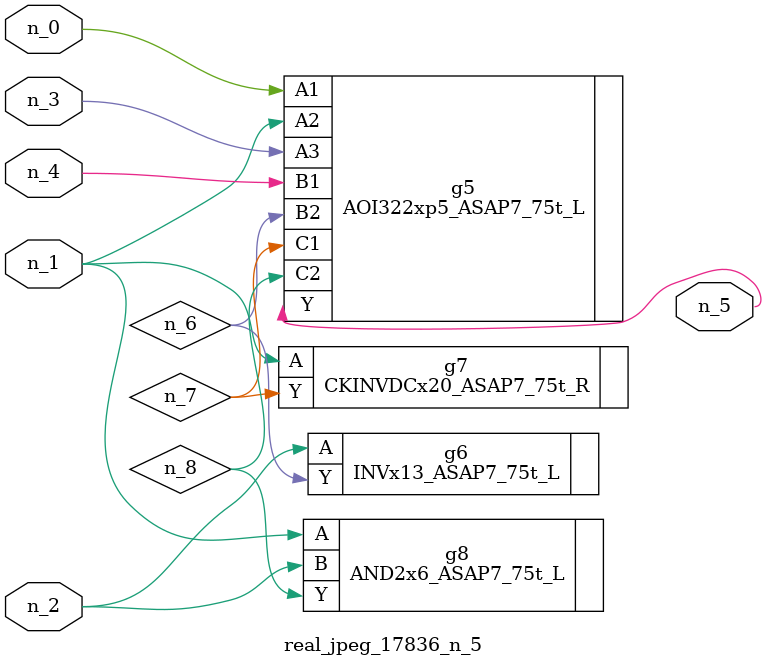
<source format=v>
module real_jpeg_17836_n_5 (n_4, n_0, n_1, n_2, n_3, n_5);

input n_4;
input n_0;
input n_1;
input n_2;
input n_3;

output n_5;

wire n_8;
wire n_6;
wire n_7;

AOI322xp5_ASAP7_75t_L g5 ( 
.A1(n_0),
.A2(n_1),
.A3(n_3),
.B1(n_4),
.B2(n_6),
.C1(n_7),
.C2(n_8),
.Y(n_5)
);

CKINVDCx20_ASAP7_75t_R g7 ( 
.A(n_1),
.Y(n_7)
);

AND2x6_ASAP7_75t_L g8 ( 
.A(n_1),
.B(n_2),
.Y(n_8)
);

INVx13_ASAP7_75t_L g6 ( 
.A(n_2),
.Y(n_6)
);


endmodule
</source>
